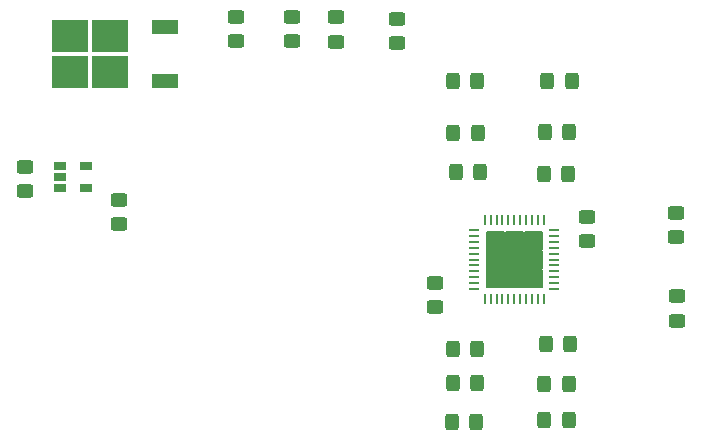
<source format=gbr>
G04 #@! TF.GenerationSoftware,KiCad,Pcbnew,(6.0.0)*
G04 #@! TF.CreationDate,2022-07-24T20:55:29-05:00*
G04 #@! TF.ProjectId,SimpleBuildSoundsAmp,53696d70-6c65-4427-9569-6c64536f756e,rev?*
G04 #@! TF.SameCoordinates,Original*
G04 #@! TF.FileFunction,Paste,Bot*
G04 #@! TF.FilePolarity,Positive*
%FSLAX46Y46*%
G04 Gerber Fmt 4.6, Leading zero omitted, Abs format (unit mm)*
G04 Created by KiCad (PCBNEW (6.0.0)) date 2022-07-24 20:55:29*
%MOMM*%
%LPD*%
G01*
G04 APERTURE LIST*
G04 Aperture macros list*
%AMRoundRect*
0 Rectangle with rounded corners*
0 $1 Rounding radius*
0 $2 $3 $4 $5 $6 $7 $8 $9 X,Y pos of 4 corners*
0 Add a 4 corners polygon primitive as box body*
4,1,4,$2,$3,$4,$5,$6,$7,$8,$9,$2,$3,0*
0 Add four circle primitives for the rounded corners*
1,1,$1+$1,$2,$3*
1,1,$1+$1,$4,$5*
1,1,$1+$1,$6,$7*
1,1,$1+$1,$8,$9*
0 Add four rect primitives between the rounded corners*
20,1,$1+$1,$2,$3,$4,$5,0*
20,1,$1+$1,$4,$5,$6,$7,0*
20,1,$1+$1,$6,$7,$8,$9,0*
20,1,$1+$1,$8,$9,$2,$3,0*%
G04 Aperture macros list end*
%ADD10C,0.152400*%
%ADD11RoundRect,0.250000X0.325000X0.450000X-0.325000X0.450000X-0.325000X-0.450000X0.325000X-0.450000X0*%
%ADD12RoundRect,0.250000X-0.450000X0.325000X-0.450000X-0.325000X0.450000X-0.325000X0.450000X0.325000X0*%
%ADD13RoundRect,0.250000X-0.325000X-0.450000X0.325000X-0.450000X0.325000X0.450000X-0.325000X0.450000X0*%
%ADD14R,3.050000X2.750000*%
%ADD15R,2.200000X1.200000*%
%ADD16RoundRect,0.250000X0.450000X-0.325000X0.450000X0.325000X-0.450000X0.325000X-0.450000X-0.325000X0*%
%ADD17R,0.965200X0.254000*%
%ADD18R,0.254000X0.965200*%
%ADD19R,4.851400X4.851400*%
%ADD20R,1.060000X0.650000*%
G04 APERTURE END LIST*
D10*
X183224300Y-71733567D02*
X183224300Y-70316433D01*
X186458566Y-73350700D02*
X186458566Y-71933566D01*
X186258567Y-70316433D02*
X186258567Y-71733567D01*
X183224300Y-70116434D02*
X183224300Y-68699300D01*
X186258567Y-71933566D02*
X186258567Y-73350700D01*
X187875700Y-71733567D02*
X186458566Y-71733567D01*
X186258567Y-68699300D02*
X186258567Y-70116434D01*
X186458566Y-70116434D02*
X186458566Y-68699300D01*
X186458566Y-71733567D02*
X186458566Y-70316433D01*
X184841433Y-70316433D02*
X186258567Y-70316433D01*
X184641434Y-71933566D02*
X184641434Y-73350700D01*
X184641434Y-70316433D02*
X184641434Y-71733567D01*
X186258567Y-70116434D02*
X184841433Y-70116434D01*
X183224300Y-70316433D02*
X184641434Y-70316433D01*
X184641434Y-73350700D02*
X183224300Y-73350700D01*
X187875700Y-71933566D02*
X187875700Y-73350700D01*
X184841433Y-73350700D02*
X184841433Y-71933566D01*
X184841433Y-71933566D02*
X186258567Y-71933566D01*
X184641434Y-70116434D02*
X183224300Y-70116434D01*
X186258567Y-71733567D02*
X184841433Y-71733567D01*
X183224300Y-71933566D02*
X184641434Y-71933566D01*
X184641434Y-68699300D02*
X184641434Y-70116434D01*
X187875700Y-68699300D02*
X187875700Y-70116434D01*
X187875700Y-73350700D02*
X186458566Y-73350700D01*
X184841433Y-70116434D02*
X184841433Y-68699300D01*
X187875700Y-70116434D02*
X186458566Y-70116434D01*
X184641434Y-71733567D02*
X183224300Y-71733567D01*
X186258567Y-73350700D02*
X184841433Y-73350700D01*
X187875700Y-70316433D02*
X187875700Y-71733567D01*
X183224300Y-73350700D02*
X183224300Y-71933566D01*
X186458566Y-70316433D02*
X187875700Y-70316433D01*
X183224300Y-68699300D02*
X184641434Y-68699300D01*
X184841433Y-68699300D02*
X186258567Y-68699300D01*
X184841433Y-71733567D02*
X184841433Y-70316433D01*
X186458566Y-71933566D02*
X187875700Y-71933566D01*
X186458566Y-68699300D02*
X187875700Y-68699300D01*
D11*
X182400000Y-55875000D03*
X180350000Y-55875000D03*
D12*
X161975000Y-50500000D03*
X161975000Y-52550000D03*
X166700000Y-50475000D03*
X166700000Y-52525000D03*
X170450000Y-50525000D03*
X170450000Y-52575000D03*
X175625000Y-50650000D03*
X175625000Y-52700000D03*
X199225000Y-67100000D03*
X199225000Y-69150000D03*
D13*
X180350000Y-78625000D03*
X182400000Y-78625000D03*
X188200000Y-78200000D03*
X190250000Y-78200000D03*
X180250000Y-84800000D03*
X182300000Y-84800000D03*
X188100000Y-84600000D03*
X190150000Y-84600000D03*
X188100000Y-81600000D03*
X190150000Y-81600000D03*
D14*
X147975000Y-52075000D03*
X147975000Y-55125000D03*
X151325000Y-55125000D03*
X151325000Y-52075000D03*
D15*
X155950000Y-51320000D03*
X155950000Y-55880000D03*
D11*
X190200000Y-60250000D03*
X188150000Y-60250000D03*
X182675000Y-63650000D03*
X180625000Y-63650000D03*
D13*
X188050000Y-63750000D03*
X190100000Y-63750000D03*
D12*
X178800000Y-72975000D03*
X178800000Y-75025000D03*
D16*
X191675000Y-69475000D03*
X191675000Y-67425000D03*
D17*
X182171800Y-73525000D03*
X182171800Y-73025001D03*
X182171800Y-72525000D03*
X182171800Y-72025001D03*
X182171800Y-71524999D03*
X182171800Y-71025000D03*
X182171800Y-70525001D03*
X182171800Y-70024999D03*
X182171800Y-69525000D03*
X182171800Y-69024999D03*
X182171800Y-68525000D03*
D18*
X183050000Y-67646800D03*
X183549999Y-67646800D03*
X184050000Y-67646800D03*
X184549999Y-67646800D03*
X185050001Y-67646800D03*
X185550000Y-67646800D03*
X186049999Y-67646800D03*
X186550001Y-67646800D03*
X187050000Y-67646800D03*
X187550001Y-67646800D03*
X188050000Y-67646800D03*
D17*
X188928200Y-68525000D03*
X188928200Y-69024999D03*
X188928200Y-69525000D03*
X188928200Y-70024999D03*
X188928200Y-70525001D03*
X188928200Y-71025000D03*
X188928200Y-71524999D03*
X188928200Y-72025001D03*
X188928200Y-72525000D03*
X188928200Y-73025001D03*
X188928200Y-73525000D03*
D18*
X188050000Y-74403200D03*
X187550001Y-74403200D03*
X187050000Y-74403200D03*
X186550001Y-74403200D03*
X186049999Y-74403200D03*
X185550000Y-74403200D03*
X185050001Y-74403200D03*
X184549999Y-74403200D03*
X184050000Y-74403200D03*
X183549999Y-74403200D03*
X183050000Y-74403200D03*
D19*
X185550000Y-71025000D03*
D13*
X188350000Y-55950000D03*
X190400000Y-55950000D03*
X180325000Y-81450000D03*
X182375000Y-81450000D03*
X180400000Y-60325000D03*
X182450000Y-60325000D03*
D12*
X199300000Y-74150000D03*
X199300000Y-76200000D03*
D16*
X144125000Y-65250000D03*
X144125000Y-63200000D03*
X152075000Y-68025000D03*
X152075000Y-65975000D03*
D20*
X147125000Y-64975000D03*
X147125000Y-64025000D03*
X147125000Y-63075000D03*
X149325000Y-63075000D03*
X149325000Y-64975000D03*
M02*

</source>
